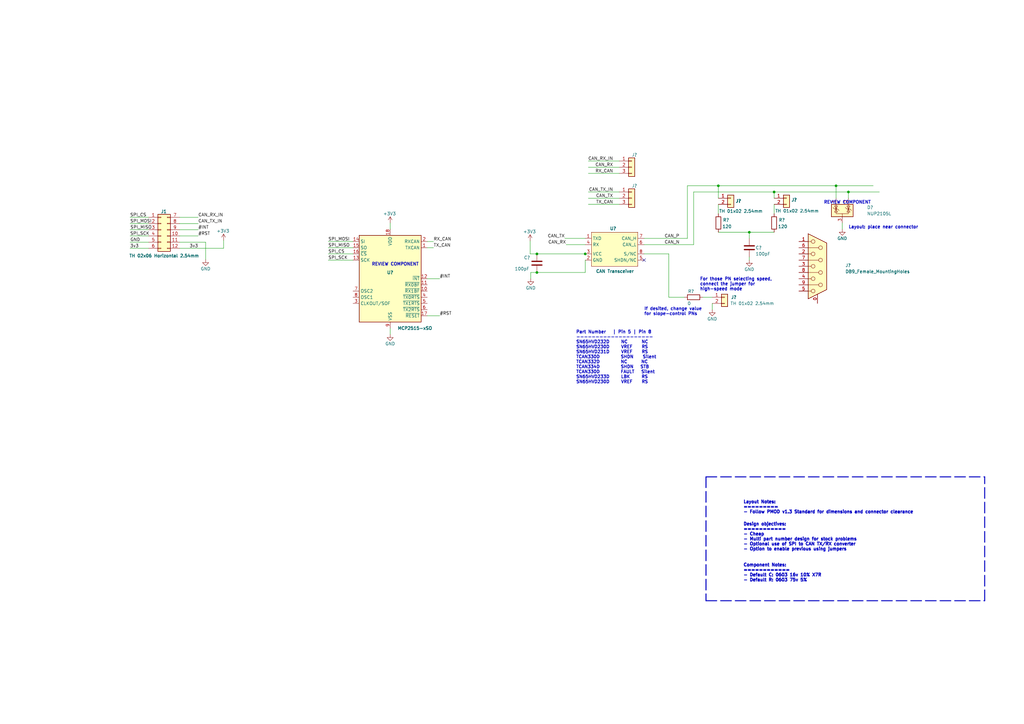
<source format=kicad_sch>
(kicad_sch (version 20210621) (generator eeschema)
  (paper "A3")
  (title_block (title "CAN PMOD") (date "2021-12-28") (rev "ALPHA") (company "Embedded Dojo") (comment 1 "SCH: imuguruza") (comment 2 "PCB: imuguruza") (comment 3 "Design State: sketch"))
  (lib_symbols
    (symbol "Connector:DB9_Female_MountingHoles" (pin_names (offset 1.016) hide)
      (property "Reference" "J" (at 0 16.51 0))
      (property "Value" "DB9_Female_MountingHoles" (at 0 14.605 0))
      (symbol "DB9_Female_MountingHoles_0_1"
        (circle (center -1.778 -10.16) (radius 0.762))
        (circle (center -1.778 -5.08) (radius 0.762))
        (circle (center -1.778 0) (radius 0.762))
        (circle (center -1.778 5.08) (radius 0.762))
        (circle (center -1.778 10.16) (radius 0.762))
        (polyline (pts (xy -3.81 -10.16) (xy -2.54 -10.16)))
        (polyline (pts (xy -3.81 -7.62) (xy 0.508 -7.62)))
        (polyline (pts (xy -3.81 -5.08) (xy -2.54 -5.08)))
        (polyline (pts (xy -3.81 -2.54) (xy 0.508 -2.54)))
        (polyline (pts (xy -3.81 0) (xy -2.54 0)))
        (polyline (pts (xy -3.81 2.54) (xy 0.508 2.54)))
        (polyline (pts (xy -3.81 5.08) (xy -2.54 5.08)))
        (polyline (pts (xy -3.81 7.62) (xy 0.508 7.62)))
        (polyline (pts (xy -3.81 10.16) (xy -2.54 10.16)))
        (polyline (pts (xy -3.81 13.335) (xy -3.81 -13.335) (xy 3.81 -9.525) (xy 3.81 9.525) (xy -3.81 13.335)) (stroke (width 0.254)) (fill (type background)))
        (circle (center 1.27 -7.62) (radius 0.762))
        (circle (center 1.27 -2.54) (radius 0.762))
        (circle (center 1.27 2.54) (radius 0.762))
        (circle (center 1.27 7.62) (radius 0.762))
      )
      (symbol "DB9_Female_MountingHoles_1_1"
        (pin passive line (at 0 -15.24 90) (length 3.81) (name "PAD") (number "0"))
        (pin passive line (at -7.62 10.16 0) (length 3.81) (name "1") (number "1"))
        (pin passive line (at -7.62 5.08 0) (length 3.81) (name "2") (number "2"))
        (pin passive line (at -7.62 0 0) (length 3.81) (name "3") (number "3"))
        (pin passive line (at -7.62 -5.08 0) (length 3.81) (name "4") (number "4"))
        (pin passive line (at -7.62 -10.16 0) (length 3.81) (name "5") (number "5"))
        (pin passive line (at -7.62 7.62 0) (length 3.81) (name "6") (number "6"))
        (pin passive line (at -7.62 2.54 0) (length 3.81) (name "7") (number "7"))
        (pin passive line (at -7.62 -2.54 0) (length 3.81) (name "8") (number "8"))
        (pin passive line (at -7.62 -7.62 0) (length 3.81) (name "9") (number "9"))
      )
    )
    (symbol "Connector_Generic:Conn_01x02" (pin_names (offset 1.016) hide)
      (property "Reference" "J" (at 0 2.54 0))
      (property "Value" "Conn_01x02" (at 0 -5.08 0))
      (symbol "Conn_01x02_1_1"
        (rectangle (start -1.27 -2.413) (end 0 -2.667) (stroke (width 0.1524)))
        (rectangle (start -1.27 0.127) (end 0 -0.127) (stroke (width 0.1524)))
        (rectangle (start -1.27 1.27) (end 1.27 -3.81) (stroke (width 0.254)) (fill (type background)))
        (pin passive line (at -5.08 0 0) (length 3.81) (name "Pin_1") (number "1"))
        (pin passive line (at -5.08 -2.54 0) (length 3.81) (name "Pin_2") (number "2"))
      )
    )
    (symbol "Connector_Generic:Conn_01x03" (pin_names (offset 1.016) hide)
      (property "Reference" "J" (at 0 5.08 0))
      (property "Value" "Conn_01x03" (at 0 -5.08 0))
      (symbol "Conn_01x03_1_1"
        (rectangle (start -1.27 -2.413) (end 0 -2.667) (stroke (width 0.1524)))
        (rectangle (start -1.27 0.127) (end 0 -0.127) (stroke (width 0.1524)))
        (rectangle (start -1.27 2.667) (end 0 2.413) (stroke (width 0.1524)))
        (rectangle (start -1.27 3.81) (end 1.27 -3.81) (stroke (width 0.254)) (fill (type background)))
        (pin passive line (at -5.08 2.54 0) (length 3.81) (name "Pin_1") (number "1"))
        (pin passive line (at -5.08 0 0) (length 3.81) (name "Pin_2") (number "2"))
        (pin passive line (at -5.08 -2.54 0) (length 3.81) (name "Pin_3") (number "3"))
      )
    )
    (symbol "Connector_Generic:Conn_02x06_Top_Bottom" (pin_names (offset 1.016) hide)
      (property "Reference" "J" (at 1.27 7.62 0))
      (property "Value" "Conn_02x06_Top_Bottom" (at 1.27 -10.16 0))
      (symbol "Conn_02x06_Top_Bottom_1_1"
        (rectangle (start -1.27 -7.493) (end 0 -7.747) (stroke (width 0.1524)))
        (rectangle (start -1.27 -4.953) (end 0 -5.207) (stroke (width 0.1524)))
        (rectangle (start -1.27 -2.413) (end 0 -2.667) (stroke (width 0.1524)))
        (rectangle (start -1.27 0.127) (end 0 -0.127) (stroke (width 0.1524)))
        (rectangle (start -1.27 2.667) (end 0 2.413) (stroke (width 0.1524)))
        (rectangle (start -1.27 5.207) (end 0 4.953) (stroke (width 0.1524)))
        (rectangle (start -1.27 6.35) (end 3.81 -8.89) (stroke (width 0.254)) (fill (type background)))
        (rectangle (start 3.81 -7.493) (end 2.54 -7.747) (stroke (width 0.1524)))
        (rectangle (start 3.81 -4.953) (end 2.54 -5.207) (stroke (width 0.1524)))
        (rectangle (start 3.81 -2.413) (end 2.54 -2.667) (stroke (width 0.1524)))
        (rectangle (start 3.81 0.127) (end 2.54 -0.127) (stroke (width 0.1524)))
        (rectangle (start 3.81 2.667) (end 2.54 2.413) (stroke (width 0.1524)))
        (rectangle (start 3.81 5.207) (end 2.54 4.953) (stroke (width 0.1524)))
        (pin passive line (at -5.08 5.08 0) (length 3.81) (name "Pin_1") (number "1"))
        (pin passive line (at 7.62 -2.54 180) (length 3.81) (name "Pin_10") (number "10"))
        (pin passive line (at 7.62 -5.08 180) (length 3.81) (name "Pin_11") (number "11"))
        (pin passive line (at 7.62 -7.62 180) (length 3.81) (name "Pin_12") (number "12"))
        (pin passive line (at -5.08 2.54 0) (length 3.81) (name "Pin_2") (number "2"))
        (pin passive line (at -5.08 0 0) (length 3.81) (name "Pin_3") (number "3"))
        (pin passive line (at -5.08 -2.54 0) (length 3.81) (name "Pin_4") (number "4"))
        (pin passive line (at -5.08 -5.08 0) (length 3.81) (name "Pin_5") (number "5"))
        (pin passive line (at -5.08 -7.62 0) (length 3.81) (name "Pin_6") (number "6"))
        (pin passive line (at 7.62 5.08 180) (length 3.81) (name "Pin_7") (number "7"))
        (pin passive line (at 7.62 2.54 180) (length 3.81) (name "Pin_8") (number "8"))
        (pin passive line (at 7.62 0 180) (length 3.81) (name "Pin_9") (number "9"))
      )
    )
    (symbol "Device:C" (pin_numbers hide) (pin_names (offset 0.254))
      (property "Reference" "C" (at 0.635 2.54 0))
      (property "Value" "C" (at 0.635 -2.54 0))
      (symbol "C_0_1"
        (polyline (pts (xy -2.032 -0.762) (xy 2.032 -0.762)) (stroke (width 0.508)))
        (polyline (pts (xy -2.032 0.762) (xy 2.032 0.762)) (stroke (width 0.508)))
      )
      (symbol "C_1_1"
        (pin passive line (at 0 3.81 270) (length 2.794) (name "~") (number "1"))
        (pin passive line (at 0 -3.81 90) (length 2.794) (name "~") (number "2"))
      )
    )
    (symbol "Device:R" (pin_numbers hide) (pin_names (offset 0))
      (property "Reference" "R" (at 2.032 0 90))
      (property "Value" "R" (at 0 0 90))
      (symbol "R_0_1"
        (rectangle (start -1.016 -2.54) (end 1.016 2.54) (stroke (width 0.254)))
      )
      (symbol "R_1_1"
        (pin passive line (at 0 3.81 270) (length 1.27) (name "~") (number "1"))
        (pin passive line (at 0 -3.81 90) (length 1.27) (name "~") (number "2"))
      )
    )
    (symbol "Interface_CAN_LIN:MCP2515-xSO"
      (property "Reference" "U" (at -10.16 19.685 0))
      (property "Value" "MCP2515-xSO" (at 19.05 20.32 0))
      (symbol "MCP2515-xSO_0_1"
        (rectangle (start -12.7 17.78) (end 12.7 -17.78) (stroke (width 0.254)) (fill (type background)))
      )
      (symbol "MCP2515-xSO_1_1"
        (pin output line (at 15.24 12.7 180) (length 2.54) (name "TXCAN") (number "1"))
        (pin output line (at 15.24 -5.08 180) (length 2.54) (name "~{RX1BF}") (number "10"))
        (pin output line (at 15.24 -2.54 180) (length 2.54) (name "~{RX0BF}") (number "11"))
        (pin output line (at 15.24 0 180) (length 2.54) (name "~{INT}") (number "12"))
        (pin input line (at -15.24 7.62 0) (length 2.54) (name "SCK") (number "13"))
        (pin input line (at -15.24 15.24 0) (length 2.54) (name "SI") (number "14"))
        (pin output line (at -15.24 12.7 0) (length 2.54) (name "SO") (number "15"))
        (pin input line (at -15.24 10.16 0) (length 2.54) (name "~{CS}") (number "16"))
        (pin input line (at 15.24 -15.24 180) (length 2.54) (name "~{RESET}") (number "17"))
        (pin power_in line (at 0 20.32 270) (length 2.54) (name "VDD") (number "18"))
        (pin input line (at 15.24 15.24 180) (length 2.54) (name "RXCAN") (number "2"))
        (pin output line (at -15.24 -10.16 0) (length 2.54) (name "CLKOUT/SOF") (number "3"))
        (pin input line (at 15.24 -7.62 180) (length 2.54) (name "~{TX0RTS}") (number "4"))
        (pin input line (at 15.24 -10.16 180) (length 2.54) (name "~{TX1RTS}") (number "5"))
        (pin input line (at 15.24 -12.7 180) (length 2.54) (name "~{TX2RTS}") (number "6"))
        (pin output line (at -15.24 -5.08 0) (length 2.54) (name "OSC2") (number "7"))
        (pin input line (at -15.24 -7.62 0) (length 2.54) (name "OSC1") (number "8"))
        (pin power_in line (at 0 -20.32 90) (length 2.54) (name "VSS") (number "9"))
      )
    )
    (symbol "Power_Protection:NUP2105L" (pin_names hide)
      (property "Reference" "D" (at 5.715 2.54 0))
      (property "Value" "NUP2105L" (at 5.715 0.635 0))
      (symbol "NUP2105L_0_0"
        (pin passive line (at 0 -5.08 90) (length 2.54) (name "A") (number "3"))
      )
      (symbol "NUP2105L_0_1"
        (rectangle (start -4.445 2.54) (end 4.445 -2.54) (stroke (width 0.254)) (fill (type background)))
        (polyline (pts (xy -2.54 2.54) (xy -2.54 0.635)))
        (polyline (pts (xy 0 -1.27) (xy 0 -2.54)))
        (polyline (pts (xy 2.54 2.54) (xy 2.54 0.635)))
        (polyline (pts (xy -3.81 1.27) (xy -3.175 0.635) (xy -1.905 0.635) (xy -1.27 0)))
        (polyline (pts (xy -2.54 0.635) (xy -2.54 -1.27) (xy 2.54 -1.27) (xy 2.54 0.635)))
        (polyline (pts (xy -2.54 0.635) (xy -1.905 -0.635) (xy -3.175 -0.635) (xy -2.54 0.635)))
        (polyline (pts (xy 2.54 0.635) (xy 1.905 -0.635) (xy 3.175 -0.635) (xy 2.54 0.635)))
        (polyline (pts (xy 2.54 0.635) (xy 3.175 1.905) (xy 1.905 1.905) (xy 2.54 0.635)))
        (polyline (pts (xy -2.54 0.635) (xy -3.175 1.905) (xy -1.905 1.905) (xy -2.54 0.635) (xy -2.54 1.27)))
        (polyline (pts (xy 1.27 1.27) (xy 1.905 0.635) (xy 2.54 0.635) (xy 3.175 0.635) (xy 3.81 0)))
      )
      (symbol "NUP2105L_1_1"
        (pin passive line (at -2.54 5.08 270) (length 2.54) (name "K") (number "1"))
        (pin passive line (at 2.54 5.08 270) (length 2.54) (name "K") (number "2"))
      )
    )
    (symbol "power:+3.3V" (power) (pin_names (offset 0))
      (property "Value" "+3.3V" (at 0 3.556 0))
      (symbol "+3.3V_0_1"
        (polyline (pts (xy -0.762 1.27) (xy 0 2.54)))
        (polyline (pts (xy 0 0) (xy 0 2.54)))
        (polyline (pts (xy 0 2.54) (xy 0.762 1.27)))
      )
      (symbol "+3.3V_1_1"
        (pin power_in line (at 0 0 90) (length 0) hide (name "+3V3") (number "1"))
      )
    )
    (symbol "power:GND" (power) (pin_names (offset 0))
      (property "Value" "GND" (at 0 -3.81 0))
      (symbol "GND_0_1"
        (polyline (pts (xy 0 0) (xy 0 -1.27) (xy 1.27 -1.27) (xy 0 -2.54) (xy -1.27 -1.27) (xy 0 -1.27)))
      )
      (symbol "GND_1_1"
        (pin power_in line (at 0 0 270) (length 0) hide (name "GND") (number "1"))
      )
    )
    (symbol "symbol_lib:CAN Transceiver"
      (property "Reference" "U?" (at 0 -15.24 0))
      (property "Value" "CAN Transceiver" (at 0 1.27 0))
      (symbol "CAN Transceiver_0_1"
        (rectangle (start -8.89 0) (end 10.16 -13.97) (stroke (width 0.1524)) (fill (type background)))
      )
      (symbol "CAN Transceiver_1_1"
        (pin output line (at -11.43 -2.54 0) (length 2.54) (name "TXD") (number "1"))
        (pin passive line (at -11.43 -11.43 0) (length 2.54) (name "GND") (number "2"))
        (pin power_in line (at -11.43 -8.89 0) (length 2.54) (name "VCC") (number "3"))
        (pin input line (at -11.43 -5.08 0) (length 2.54) (name "RX") (number "4"))
        (pin input line (at 12.7 -11.43 180) (length 2.54) (name "SHDN/NC") (number "5"))
        (pin bidirectional line (at 12.7 -5.08 180) (length 2.54) (name "CAN_L") (number "6"))
        (pin bidirectional line (at 12.7 -2.54 180) (length 2.54) (name "CAN_H") (number "7"))
        (pin input line (at 12.7 -8.89 180) (length 2.54) (name "S/NC") (number "8"))
      )
    )
  )
  (junction (at 347.98 78.74))
  (junction (at 342.9 76.2))
  (junction (at 317.5 78.74))
  (junction (at 307.34 95.25))
  (junction (at 220.218 111.76))
  (junction (at 220.218 104.14))
  (junction (at 294.64 76.2))
  (junction (at 240.03 104.14))
  (no_connect (at 264.16 106.68))
  (wire (pts (xy 307.34 95.25) (xy 317.5 95.25)))
  (wire (pts (xy 60.96 96.774) (xy 53.34 96.774)))
  (wire (pts (xy 134.62 99.06) (xy 144.78 99.06)))
  (wire (pts (xy 284.48 78.74) (xy 317.5 78.74)))
  (wire (pts (xy 342.9 76.2) (xy 358.14 76.2)))
  (wire (pts (xy 294.64 76.2) (xy 342.9 76.2)))
  (wire (pts (xy 241.3 83.82) (xy 254 83.82)))
  (wire (pts (xy 347.98 78.74) (xy 360.68 78.74)))
  (wire (pts (xy 317.5 78.74) (xy 347.98 78.74)))
  (wire (pts (xy 134.62 101.6) (xy 144.78 101.6)))
  (wire (pts (xy 160.02 137.16) (xy 160.02 134.62)))
  (wire (pts (xy 294.64 95.25) (xy 307.34 95.25)))
  (wire (pts (xy 60.96 94.234) (xy 53.34 94.234)))
  (wire (pts (xy 220.218 111.76) (xy 240.03 111.76)))
  (wire (pts (xy 240.03 106.68) (xy 240.03 111.76)))
  (wire (pts (xy 347.98 78.74) (xy 347.98 81.28)))
  (wire (pts (xy 160.02 91.44) (xy 160.02 93.98)))
  (wire (pts (xy 241.3 81.28) (xy 254 81.28)))
  (wire (pts (xy 292.1 124.46) (xy 292.1 127)))
  (wire (pts (xy 231.648 97.79) (xy 240.03 97.79)))
  (wire (pts (xy 307.34 105.41) (xy 307.34 106.68)))
  (polyline (pts (xy 403.86 246.38) (xy 403.86 195.58)) (stroke (width 0.4)))
  (polyline (pts (xy 289.56 195.58) (xy 403.86 195.58)) (stroke (width 0.4)))
  (polyline (pts (xy 289.56 195.58) (xy 289.56 246.38)) (stroke (width 0.4)))
  (polyline (pts (xy 289.56 246.38) (xy 403.86 246.38)) (stroke (width 0.4)))
  (wire (pts (xy 53.34 99.314) (xy 60.96 99.314)))
  (wire (pts (xy 220.218 104.14) (xy 220.218 104.394)))
  (wire (pts (xy 264.16 100.33) (xy 284.48 100.33)))
  (wire (pts (xy 284.48 100.33) (xy 284.48 78.74)))
  (wire (pts (xy 180.34 129.54) (xy 175.26 129.54)))
  (wire (pts (xy 264.16 104.14) (xy 274.32 104.14)))
  (wire (pts (xy 134.62 106.68) (xy 144.78 106.68)))
  (wire (pts (xy 73.66 94.234) (xy 81.28 94.234)))
  (wire (pts (xy 345.44 93.98) (xy 345.44 91.44)))
  (wire (pts (xy 91.694 101.854) (xy 91.694 98.552)))
  (wire (pts (xy 232.156 100.33) (xy 240.03 100.33)))
  (wire (pts (xy 217.678 111.76) (xy 220.218 111.76)))
  (wire (pts (xy 217.678 114.3) (xy 217.678 111.76)))
  (wire (pts (xy 60.96 91.694) (xy 53.34 91.694)))
  (wire (pts (xy 241.3 68.58) (xy 254 68.58)))
  (wire (pts (xy 73.66 91.694) (xy 81.28 91.694)))
  (wire (pts (xy 73.66 99.314) (xy 84.328 99.314)))
  (wire (pts (xy 264.16 97.79) (xy 281.94 97.79)))
  (wire (pts (xy 281.94 76.2) (xy 281.94 97.79)))
  (wire (pts (xy 281.94 76.2) (xy 294.64 76.2)))
  (wire (pts (xy 84.328 99.314) (xy 84.328 106.426)))
  (wire (pts (xy 220.218 104.14) (xy 240.03 104.14)))
  (wire (pts (xy 217.424 104.14) (xy 220.218 104.14)))
  (wire (pts (xy 240.03 104.14) (xy 240.284 104.14)))
  (wire (pts (xy 241.3 71.12) (xy 254 71.12)))
  (wire (pts (xy 342.9 76.2) (xy 342.9 81.28)))
  (wire (pts (xy 73.66 96.774) (xy 81.28 96.774)))
  (wire (pts (xy 217.424 104.14) (xy 217.424 98.806)))
  (wire (pts (xy 180.34 114.3) (xy 175.26 114.3)))
  (wire (pts (xy 60.96 101.854) (xy 53.34 101.854)))
  (wire (pts (xy 241.3 78.74) (xy 254 78.74)))
  (wire (pts (xy 73.66 101.854) (xy 91.694 101.854)))
  (wire (pts (xy 73.66 89.154) (xy 81.28 89.154)))
  (wire (pts (xy 134.62 104.14) (xy 144.78 104.14)))
  (wire (pts (xy 317.5 83.82) (xy 317.5 87.63)))
  (wire (pts (xy 274.32 121.92) (xy 280.67 121.92)))
  (wire (pts (xy 274.32 104.14) (xy 274.32 121.92)))
  (wire (pts (xy 288.29 121.92) (xy 292.1 121.92)))
  (wire (pts (xy 177.8 99.06) (xy 175.26 99.06)))
  (wire (pts (xy 60.96 89.154) (xy 53.34 89.154)))
  (wire (pts (xy 307.34 97.79) (xy 307.34 95.25)))
  (wire (pts (xy 317.5 78.74) (xy 317.5 81.28)))
  (wire (pts (xy 294.64 83.82) (xy 294.64 87.63)))
  (wire (pts (xy 294.64 76.2) (xy 294.64 81.28)))
  (wire (pts (xy 177.8 101.6) (xy 175.26 101.6)))
  (wire (pts (xy 241.3 66.04) (xy 254 66.04)))
  (text "Layout: place near connector" (at 347.98 93.98 0) (effects (font (size 1.27 1.27) (thickness 0.254) bold) (justify left bottom)))
  (text "If desited, change value\nfor slope-control PNs" (at 264.16 129.54 0) (effects (font (size 1.27 1.27) (thickness 0.254) bold) (justify left bottom)))
  (text "REVIEW COMPONENT" (at 337.82 83.82 0) (effects (font (size 1.27 1.27) (thickness 0.254) bold) (justify left bottom)))
  (text "REVIEW COMPONENT" (at 152.4 109.22 0) (effects (font (size 1.27 1.27) (thickness 0.254) bold) (justify left bottom)))
  (text "Design objectives:\n===========\n- Cheap\n- Multi part number design for stock problems\n- Optional use of SPI to CAN TX/RX converter\n- Option to enable previous using jumpers" (at 304.8 226.06 0) (effects (font (size 1.27 1.27) (thickness 0.508) bold) (justify left bottom)))
  (text "For those PN selecting speed,\nconnect the jumper for\nhigh-speed mode" (at 287.02 119.38 0) (effects (font (size 1.27 1.27) (thickness 0.254) bold) (justify left bottom)))
  (text "Part Number   | Pin 5 | Pin 8\n--------------------\nSN65HVD232D     NC      NC\nSN65HVD230D     VREF    RS \nSN65HVD231D     VREF    RS\nTCAN330D         SHDN    Silent\nTCAN332D         NC      NC\nTCAN334D         SHDN   STB\nTCAN330D         FAULT   Silent    \nSN65HVD233D     LBK     RS\nSN65HVD230D     VREF    RS" (at 236.22 157.48 0) (effects (font (size 1.27 1.27) (thickness 0.254) bold) (justify left bottom)))
  (text "Layout Notes:\n=========\n- Follow PMOD v1.3 Standard for dimensions and connector clearance" (at 304.8 210.82 0) (effects (font (size 1.27 1.27) (thickness 0.508) bold) (justify left bottom)))
  (text "Component Notes:\n============\n- Default C: 0603 16v 10% X7R \n- Default R: 0603 75v 5% " (at 304.8 238.76 0) (effects (font (size 1.27 1.27) (thickness 0.508) bold) (justify left bottom)))
  (label "RX_CAN" (at 177.8 99.06 0))
  (label "CAN_TX_IN" (at 251.46 78.74 180))
  (label "TX_CAN" (at 251.46 83.82 180))
  (label "SPI_SCK" (at 53.34 96.774 0))
  (label "SPI_CS" (at 134.62 104.14 0))
  (label "SPI_MOSI" (at 53.3758 91.694 0))
  (label "CAN_TX_IN" (at 81.28 91.694 0))
  (label "CAN_TX" (at 231.648 97.79 180))
  (label "CAN_RX" (at 251.46 68.58 180))
  (label "SPI_MISO" (at 53.4145 94.234 0))
  (label "SPI_CS" (at 53.34 89.154 0))
  (label "CAN_N" (at 272.542 100.33 0))
  (label "#RST" (at 81.28 96.774 0))
  (label "CAN_RX_IN" (at 251.46 66.04 180))
  (label "CAN_RX" (at 232.156 100.33 180))
  (label "#INT" (at 81.28 94.234 0))
  (label "3v3" (at 81.28 101.854 180))
  (label "CAN_TX" (at 251.46 81.28 180))
  (label "CAN_RX_IN" (at 81.28 89.154 0))
  (label "RX_CAN" (at 251.46 71.12 180))
  (label "CAN_P" (at 272.542 97.79 0))
  (label "#INT" (at 180.34 114.3 0))
  (label "GND" (at 53.4145 99.314 0))
  (label "3v3" (at 53.34 101.854 0))
  (label "#RST" (at 180.34 129.54 0))
  (label "SPI_MOSI" (at 134.62 99.06 0))
  (label "SPI_MISO" (at 134.62 101.6 0))
  (label "TX_CAN" (at 177.8 101.6 0))
  (label "SPI_SCK" (at 134.62 106.68 0))
  (symbol (lib_id "Device:R") (at 294.64 91.44 0) (unit 1)
    (property "Reference" "R?" (at 296.5162 90.2462 0) (effects (justify left)))
    (property "Value" "120" (at 296.2492 92.9159 0) (effects (justify left)))
    (property "Footprint" "Resistor_SMD:R_0603_1608Metric" (effects hide))
  )
  (symbol (lib_id "power:+3.3V") (at 217.424 98.806 0) (unit 1)
    (property "Reference" "#PWR?" (effects hide))
    (property "Value" "+3.3V" (at 217.17 94.996 0))
  )
  (symbol (lib_id "power:GND") (at 307.34 106.68 0) (unit 1)
    (property "Reference" "#PWR?" (effects hide))
    (property "Value" "GND" (at 307.34 110.49 0))
  )
  (symbol (lib_id "Power_Protection:NUP2105L") (at 345.44 86.36 0) (unit 1)
    (property "Reference" "D?" (at 355.6 85.0899 0) (effects (justify left)))
    (property "Value" "NUP2105L" (at 355.6 87.6299 0) (effects (justify left)))
    (property "Footprint" "Package_TO_SOT_SMD:SOT-23" (effects hide))
    (property "Datasheet" "http://www.onsemi.com/pub_link/Collateral/NUP2105L-D.PDF" (effects hide))
  )
  (symbol (lib_id "power:GND") (at 84.328 106.426 0) (unit 1)
    (property "Reference" "#PWR?" (effects hide))
    (property "Value" "GND" (at 84.328 110.236 0))
  )
  (symbol (lib_id "power:GND") (at 345.44 93.98 0) (unit 1)
    (property "Reference" "#PWR?" (effects hide))
    (property "Value" "GND" (at 345.44 97.79 0))
  )
  (symbol (lib_id "Connector_Generic:Conn_01x03") (at 259.08 81.28 0) (unit 1)
    (property "Reference" "J?" (at 259.08 76.2 0) (effects (justify left)))
    (property "Value" "Conn_01x03" (effects hide))
    (property "Footprint" "Connector_PinHeader_2.54mm:PinHeader_1x03_P2.54mm_Vertical" (effects hide))
  )
  (symbol (lib_id "Connector_Generic:Conn_01x03") (at 259.08 68.58 0) (unit 1)
    (property "Reference" "J?" (at 259.08 63.5 0) (effects (justify left)))
    (property "Value" "Conn_01x03" (effects hide))
    (property "Footprint" "Connector_PinHeader_2.54mm:PinHeader_1x03_P2.54mm_Vertical" (effects hide))
  )
  (symbol (lib_id "Device:R") (at 284.48 121.92 270) (unit 1)
    (property "Reference" "R?" (at 283.4274 119.5059 90))
    (property "Value" "0" (at 281.94 124.46 90) (effects (justify left)))
    (property "Footprint" "Resistor_SMD:R_0603_1608Metric" (effects hide))
  )
  (symbol (lib_id "Connector_Generic:Conn_01x02") (at 299.72 81.28 0) (unit 1)
    (property "Reference" "J?" (at 304.1512 82.4299 0) (effects (font bold) (justify right)))
    (property "Value" "TH 01x02 2.54mm" (at 312.8277 86.6013 0) (effects (justify right)))
    (property "Footprint" "Connector_PinHeader_2.54mm:PinHeader_1x02_P2.54mm_Vertical" (effects hide))
  )
  (symbol (lib_id "power:GND") (at 160.02 137.16 0) (unit 1)
    (property "Reference" "#PWR?" (effects hide))
    (property "Value" "GND" (at 160.02 140.97 0))
  )
  (symbol (lib_id "Device:R") (at 317.5 91.44 0) (unit 1)
    (property "Reference" "R?" (at 319.3762 90.2462 0) (effects (justify left)))
    (property "Value" "120" (at 319.1092 92.9159 0) (effects (justify left)))
    (property "Footprint" "Resistor_SMD:R_0603_1608Metric" (effects hide))
  )
  (symbol (lib_id "power:+3.3V") (at 91.694 98.552 0) (unit 1)
    (property "Reference" "#PWR?" (effects hide))
    (property "Value" "+3.3V" (at 91.44 94.742 0))
  )
  (symbol (lib_id "Connector:DB9_Female_MountingHoles") (at 335.28 109.22 0) (unit 1)
    (property "Reference" "J?" (at 346.71 108.8389 0) (effects (justify left)))
    (property "Value" "DB9_Female_MountingHoles" (at 346.71 111.3789 0) (effects (justify left)))
    (property "Datasheet" " ~" (effects hide))
  )
  (symbol (lib_id "symbol_lib:CAN Transceiver") (at 251.46 95.25 0) (unit 1)
    (property "Reference" "U?" (at 251.46 93.726 0) (effects (font bold)))
    (property "Value" "CAN Transceiver" (at 252.222 111.252 0) (effects (font bold)))
    (property "Footprint" "Package_SO:SOIC-8_3.9x4.9mm_P1.27mm" (effects hide))
  )
  (symbol (lib_id "Connector_Generic:Conn_02x06_Top_Bottom") (at 66.04 94.234 0) (unit 1)
    (property "Reference" "J1" (at 67.183 86.741 0) (effects (font bold)))
    (property "Value" "TH 02x06 Horizontal 2.54mm" (at 67.31 104.902 0) (effects (font bold)))
    (property "Footprint" "Connector_PinHeader_2.54mm:PinHeader_2x06_P2.54mm_Horizontal" (effects hide))
  )
  (symbol (lib_id "Device:C") (at 220.218 107.95 0) (unit 1)
    (property "Reference" "C?" (at 214.884 105.664 0) (effects (justify left)))
    (property "Value" "100pF" (at 211.074 110.236 0) (effects (justify left)))
    (property "Footprint" "Capacitor_SMD:C_0603_1608Metric" (effects hide))
  )
  (symbol (lib_id "power:+3.3V") (at 160.02 91.44 0) (unit 1)
    (property "Reference" "#PWR?" (effects hide))
    (property "Value" "+3.3V" (at 159.766 87.63 0))
  )
  (symbol (lib_id "Interface_CAN_LIN:MCP2515-xSO") (at 160.02 114.3 0) (unit 1)
    (property "Reference" "U?" (at 160.02 111.76 0) (effects (font bold)))
    (property "Value" "MCP2515-xSO" (at 170.18 134.62 0) (effects (font bold)))
    (property "Footprint" "Package_SO:SOIC-18W_7.5x11.6mm_P1.27mm" (effects hide))
    (property "Datasheet" "http://ww1.microchip.com/downloads/en/DeviceDoc/21801e.pdf" (effects hide))
  )
  (symbol (lib_id "Connector_Generic:Conn_01x02") (at 322.58 81.28 0) (unit 1)
    (property "Reference" "J?" (at 327.0105 81.985 0) (effects (font bold) (justify right)))
    (property "Value" "TH 01x02 2.54mm" (at 335.8539 86.4901 0) (effects (justify right)))
    (property "Footprint" "Connector_PinHeader_2.54mm:PinHeader_1x02_P2.54mm_Vertical" (effects hide))
  )
  (symbol (lib_id "power:GND") (at 292.1 127 0) (unit 1)
    (property "Reference" "#PWR?" (effects hide))
    (property "Value" "GND" (at 292.1 130.81 0))
  )
  (symbol (lib_id "Device:C") (at 307.34 101.6 0) (unit 1)
    (property "Reference" "C?" (at 309.88 101.6 0) (effects (justify left)))
    (property "Value" "100pF" (at 309.88 104.14 0) (effects (justify left)))
    (property "Footprint" "Capacitor_SMD:C_0603_1608Metric" (effects hide))
  )
  (symbol (lib_id "power:GND") (at 217.678 114.3 0) (unit 1)
    (property "Reference" "#PWR?" (effects hide))
    (property "Value" "GND" (at 217.678 118.11 0))
  )
  (symbol (lib_id "Connector_Generic:Conn_01x02") (at 297.18 121.92 0) (unit 1)
    (property "Reference" "J?" (at 302.26 121.92 0) (effects (font bold) (justify right)))
    (property "Value" "TH 01x02 2.54mm" (at 317.5 124.46 0) (effects (justify right)))
    (property "Footprint" "Connector_PinHeader_2.54mm:PinHeader_1x02_P2.54mm_Vertical" (effects hide))
  )
)
</source>
